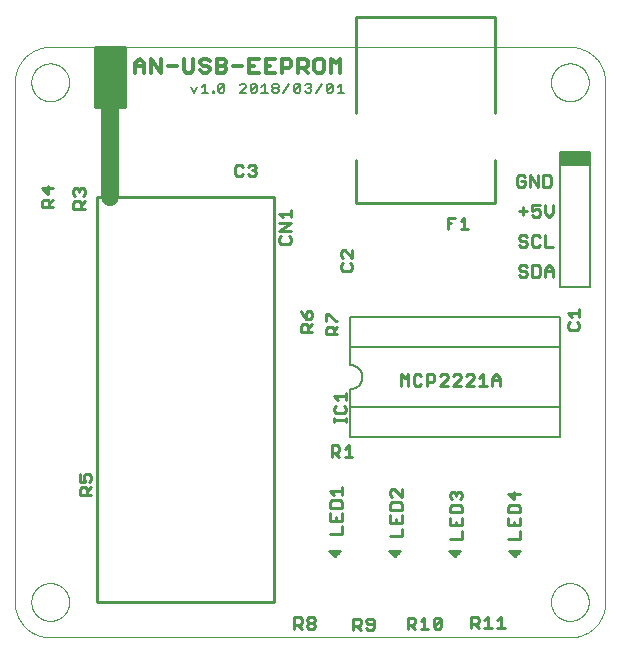
<source format=gto>
G75*
%MOIN*%
%OFA0B0*%
%FSLAX25Y25*%
%IPPOS*%
%LPD*%
%AMOC8*
5,1,8,0,0,1.08239X$1,22.5*
%
%ADD10C,0.00000*%
%ADD11C,0.00900*%
%ADD12C,0.01200*%
%ADD13C,0.00800*%
%ADD14C,0.01000*%
%ADD15C,0.05906*%
%ADD16C,0.00600*%
%ADD17C,0.00500*%
%ADD18C,0.00787*%
%ADD19R,0.10000X0.05000*%
D10*
X0005724Y0017535D02*
X0005724Y0190764D01*
X0011236Y0190764D02*
X0011238Y0190922D01*
X0011244Y0191080D01*
X0011254Y0191238D01*
X0011268Y0191396D01*
X0011286Y0191553D01*
X0011307Y0191710D01*
X0011333Y0191866D01*
X0011363Y0192022D01*
X0011396Y0192177D01*
X0011434Y0192330D01*
X0011475Y0192483D01*
X0011520Y0192635D01*
X0011569Y0192786D01*
X0011622Y0192935D01*
X0011678Y0193083D01*
X0011738Y0193229D01*
X0011802Y0193374D01*
X0011870Y0193517D01*
X0011941Y0193659D01*
X0012015Y0193799D01*
X0012093Y0193936D01*
X0012175Y0194072D01*
X0012259Y0194206D01*
X0012348Y0194337D01*
X0012439Y0194466D01*
X0012534Y0194593D01*
X0012631Y0194718D01*
X0012732Y0194840D01*
X0012836Y0194959D01*
X0012943Y0195076D01*
X0013053Y0195190D01*
X0013166Y0195301D01*
X0013281Y0195410D01*
X0013399Y0195515D01*
X0013520Y0195617D01*
X0013643Y0195717D01*
X0013769Y0195813D01*
X0013897Y0195906D01*
X0014027Y0195996D01*
X0014160Y0196082D01*
X0014295Y0196166D01*
X0014431Y0196245D01*
X0014570Y0196322D01*
X0014711Y0196394D01*
X0014853Y0196464D01*
X0014997Y0196529D01*
X0015143Y0196591D01*
X0015290Y0196649D01*
X0015439Y0196704D01*
X0015589Y0196755D01*
X0015740Y0196802D01*
X0015892Y0196845D01*
X0016045Y0196884D01*
X0016200Y0196920D01*
X0016355Y0196951D01*
X0016511Y0196979D01*
X0016667Y0197003D01*
X0016824Y0197023D01*
X0016982Y0197039D01*
X0017139Y0197051D01*
X0017298Y0197059D01*
X0017456Y0197063D01*
X0017614Y0197063D01*
X0017772Y0197059D01*
X0017931Y0197051D01*
X0018088Y0197039D01*
X0018246Y0197023D01*
X0018403Y0197003D01*
X0018559Y0196979D01*
X0018715Y0196951D01*
X0018870Y0196920D01*
X0019025Y0196884D01*
X0019178Y0196845D01*
X0019330Y0196802D01*
X0019481Y0196755D01*
X0019631Y0196704D01*
X0019780Y0196649D01*
X0019927Y0196591D01*
X0020073Y0196529D01*
X0020217Y0196464D01*
X0020359Y0196394D01*
X0020500Y0196322D01*
X0020639Y0196245D01*
X0020775Y0196166D01*
X0020910Y0196082D01*
X0021043Y0195996D01*
X0021173Y0195906D01*
X0021301Y0195813D01*
X0021427Y0195717D01*
X0021550Y0195617D01*
X0021671Y0195515D01*
X0021789Y0195410D01*
X0021904Y0195301D01*
X0022017Y0195190D01*
X0022127Y0195076D01*
X0022234Y0194959D01*
X0022338Y0194840D01*
X0022439Y0194718D01*
X0022536Y0194593D01*
X0022631Y0194466D01*
X0022722Y0194337D01*
X0022811Y0194206D01*
X0022895Y0194072D01*
X0022977Y0193936D01*
X0023055Y0193799D01*
X0023129Y0193659D01*
X0023200Y0193517D01*
X0023268Y0193374D01*
X0023332Y0193229D01*
X0023392Y0193083D01*
X0023448Y0192935D01*
X0023501Y0192786D01*
X0023550Y0192635D01*
X0023595Y0192483D01*
X0023636Y0192330D01*
X0023674Y0192177D01*
X0023707Y0192022D01*
X0023737Y0191866D01*
X0023763Y0191710D01*
X0023784Y0191553D01*
X0023802Y0191396D01*
X0023816Y0191238D01*
X0023826Y0191080D01*
X0023832Y0190922D01*
X0023834Y0190764D01*
X0023832Y0190606D01*
X0023826Y0190448D01*
X0023816Y0190290D01*
X0023802Y0190132D01*
X0023784Y0189975D01*
X0023763Y0189818D01*
X0023737Y0189662D01*
X0023707Y0189506D01*
X0023674Y0189351D01*
X0023636Y0189198D01*
X0023595Y0189045D01*
X0023550Y0188893D01*
X0023501Y0188742D01*
X0023448Y0188593D01*
X0023392Y0188445D01*
X0023332Y0188299D01*
X0023268Y0188154D01*
X0023200Y0188011D01*
X0023129Y0187869D01*
X0023055Y0187729D01*
X0022977Y0187592D01*
X0022895Y0187456D01*
X0022811Y0187322D01*
X0022722Y0187191D01*
X0022631Y0187062D01*
X0022536Y0186935D01*
X0022439Y0186810D01*
X0022338Y0186688D01*
X0022234Y0186569D01*
X0022127Y0186452D01*
X0022017Y0186338D01*
X0021904Y0186227D01*
X0021789Y0186118D01*
X0021671Y0186013D01*
X0021550Y0185911D01*
X0021427Y0185811D01*
X0021301Y0185715D01*
X0021173Y0185622D01*
X0021043Y0185532D01*
X0020910Y0185446D01*
X0020775Y0185362D01*
X0020639Y0185283D01*
X0020500Y0185206D01*
X0020359Y0185134D01*
X0020217Y0185064D01*
X0020073Y0184999D01*
X0019927Y0184937D01*
X0019780Y0184879D01*
X0019631Y0184824D01*
X0019481Y0184773D01*
X0019330Y0184726D01*
X0019178Y0184683D01*
X0019025Y0184644D01*
X0018870Y0184608D01*
X0018715Y0184577D01*
X0018559Y0184549D01*
X0018403Y0184525D01*
X0018246Y0184505D01*
X0018088Y0184489D01*
X0017931Y0184477D01*
X0017772Y0184469D01*
X0017614Y0184465D01*
X0017456Y0184465D01*
X0017298Y0184469D01*
X0017139Y0184477D01*
X0016982Y0184489D01*
X0016824Y0184505D01*
X0016667Y0184525D01*
X0016511Y0184549D01*
X0016355Y0184577D01*
X0016200Y0184608D01*
X0016045Y0184644D01*
X0015892Y0184683D01*
X0015740Y0184726D01*
X0015589Y0184773D01*
X0015439Y0184824D01*
X0015290Y0184879D01*
X0015143Y0184937D01*
X0014997Y0184999D01*
X0014853Y0185064D01*
X0014711Y0185134D01*
X0014570Y0185206D01*
X0014431Y0185283D01*
X0014295Y0185362D01*
X0014160Y0185446D01*
X0014027Y0185532D01*
X0013897Y0185622D01*
X0013769Y0185715D01*
X0013643Y0185811D01*
X0013520Y0185911D01*
X0013399Y0186013D01*
X0013281Y0186118D01*
X0013166Y0186227D01*
X0013053Y0186338D01*
X0012943Y0186452D01*
X0012836Y0186569D01*
X0012732Y0186688D01*
X0012631Y0186810D01*
X0012534Y0186935D01*
X0012439Y0187062D01*
X0012348Y0187191D01*
X0012259Y0187322D01*
X0012175Y0187456D01*
X0012093Y0187592D01*
X0012015Y0187729D01*
X0011941Y0187869D01*
X0011870Y0188011D01*
X0011802Y0188154D01*
X0011738Y0188299D01*
X0011678Y0188445D01*
X0011622Y0188593D01*
X0011569Y0188742D01*
X0011520Y0188893D01*
X0011475Y0189045D01*
X0011434Y0189198D01*
X0011396Y0189351D01*
X0011363Y0189506D01*
X0011333Y0189662D01*
X0011307Y0189818D01*
X0011286Y0189975D01*
X0011268Y0190132D01*
X0011254Y0190290D01*
X0011244Y0190448D01*
X0011238Y0190606D01*
X0011236Y0190764D01*
X0005724Y0190764D02*
X0005727Y0191049D01*
X0005738Y0191335D01*
X0005755Y0191620D01*
X0005779Y0191904D01*
X0005810Y0192188D01*
X0005848Y0192471D01*
X0005893Y0192752D01*
X0005944Y0193033D01*
X0006002Y0193313D01*
X0006067Y0193591D01*
X0006139Y0193867D01*
X0006217Y0194141D01*
X0006302Y0194414D01*
X0006394Y0194684D01*
X0006492Y0194952D01*
X0006596Y0195218D01*
X0006707Y0195481D01*
X0006824Y0195741D01*
X0006947Y0195999D01*
X0007077Y0196253D01*
X0007213Y0196504D01*
X0007354Y0196752D01*
X0007502Y0196996D01*
X0007655Y0197237D01*
X0007815Y0197473D01*
X0007980Y0197706D01*
X0008150Y0197935D01*
X0008326Y0198160D01*
X0008508Y0198380D01*
X0008694Y0198596D01*
X0008886Y0198807D01*
X0009083Y0199014D01*
X0009285Y0199216D01*
X0009492Y0199413D01*
X0009703Y0199605D01*
X0009919Y0199791D01*
X0010139Y0199973D01*
X0010364Y0200149D01*
X0010593Y0200319D01*
X0010826Y0200484D01*
X0011062Y0200644D01*
X0011303Y0200797D01*
X0011547Y0200945D01*
X0011795Y0201086D01*
X0012046Y0201222D01*
X0012300Y0201352D01*
X0012558Y0201475D01*
X0012818Y0201592D01*
X0013081Y0201703D01*
X0013347Y0201807D01*
X0013615Y0201905D01*
X0013885Y0201997D01*
X0014158Y0202082D01*
X0014432Y0202160D01*
X0014708Y0202232D01*
X0014986Y0202297D01*
X0015266Y0202355D01*
X0015547Y0202406D01*
X0015828Y0202451D01*
X0016111Y0202489D01*
X0016395Y0202520D01*
X0016679Y0202544D01*
X0016964Y0202561D01*
X0017250Y0202572D01*
X0017535Y0202575D01*
X0190764Y0202575D01*
X0184465Y0190764D02*
X0184467Y0190922D01*
X0184473Y0191080D01*
X0184483Y0191238D01*
X0184497Y0191396D01*
X0184515Y0191553D01*
X0184536Y0191710D01*
X0184562Y0191866D01*
X0184592Y0192022D01*
X0184625Y0192177D01*
X0184663Y0192330D01*
X0184704Y0192483D01*
X0184749Y0192635D01*
X0184798Y0192786D01*
X0184851Y0192935D01*
X0184907Y0193083D01*
X0184967Y0193229D01*
X0185031Y0193374D01*
X0185099Y0193517D01*
X0185170Y0193659D01*
X0185244Y0193799D01*
X0185322Y0193936D01*
X0185404Y0194072D01*
X0185488Y0194206D01*
X0185577Y0194337D01*
X0185668Y0194466D01*
X0185763Y0194593D01*
X0185860Y0194718D01*
X0185961Y0194840D01*
X0186065Y0194959D01*
X0186172Y0195076D01*
X0186282Y0195190D01*
X0186395Y0195301D01*
X0186510Y0195410D01*
X0186628Y0195515D01*
X0186749Y0195617D01*
X0186872Y0195717D01*
X0186998Y0195813D01*
X0187126Y0195906D01*
X0187256Y0195996D01*
X0187389Y0196082D01*
X0187524Y0196166D01*
X0187660Y0196245D01*
X0187799Y0196322D01*
X0187940Y0196394D01*
X0188082Y0196464D01*
X0188226Y0196529D01*
X0188372Y0196591D01*
X0188519Y0196649D01*
X0188668Y0196704D01*
X0188818Y0196755D01*
X0188969Y0196802D01*
X0189121Y0196845D01*
X0189274Y0196884D01*
X0189429Y0196920D01*
X0189584Y0196951D01*
X0189740Y0196979D01*
X0189896Y0197003D01*
X0190053Y0197023D01*
X0190211Y0197039D01*
X0190368Y0197051D01*
X0190527Y0197059D01*
X0190685Y0197063D01*
X0190843Y0197063D01*
X0191001Y0197059D01*
X0191160Y0197051D01*
X0191317Y0197039D01*
X0191475Y0197023D01*
X0191632Y0197003D01*
X0191788Y0196979D01*
X0191944Y0196951D01*
X0192099Y0196920D01*
X0192254Y0196884D01*
X0192407Y0196845D01*
X0192559Y0196802D01*
X0192710Y0196755D01*
X0192860Y0196704D01*
X0193009Y0196649D01*
X0193156Y0196591D01*
X0193302Y0196529D01*
X0193446Y0196464D01*
X0193588Y0196394D01*
X0193729Y0196322D01*
X0193868Y0196245D01*
X0194004Y0196166D01*
X0194139Y0196082D01*
X0194272Y0195996D01*
X0194402Y0195906D01*
X0194530Y0195813D01*
X0194656Y0195717D01*
X0194779Y0195617D01*
X0194900Y0195515D01*
X0195018Y0195410D01*
X0195133Y0195301D01*
X0195246Y0195190D01*
X0195356Y0195076D01*
X0195463Y0194959D01*
X0195567Y0194840D01*
X0195668Y0194718D01*
X0195765Y0194593D01*
X0195860Y0194466D01*
X0195951Y0194337D01*
X0196040Y0194206D01*
X0196124Y0194072D01*
X0196206Y0193936D01*
X0196284Y0193799D01*
X0196358Y0193659D01*
X0196429Y0193517D01*
X0196497Y0193374D01*
X0196561Y0193229D01*
X0196621Y0193083D01*
X0196677Y0192935D01*
X0196730Y0192786D01*
X0196779Y0192635D01*
X0196824Y0192483D01*
X0196865Y0192330D01*
X0196903Y0192177D01*
X0196936Y0192022D01*
X0196966Y0191866D01*
X0196992Y0191710D01*
X0197013Y0191553D01*
X0197031Y0191396D01*
X0197045Y0191238D01*
X0197055Y0191080D01*
X0197061Y0190922D01*
X0197063Y0190764D01*
X0197061Y0190606D01*
X0197055Y0190448D01*
X0197045Y0190290D01*
X0197031Y0190132D01*
X0197013Y0189975D01*
X0196992Y0189818D01*
X0196966Y0189662D01*
X0196936Y0189506D01*
X0196903Y0189351D01*
X0196865Y0189198D01*
X0196824Y0189045D01*
X0196779Y0188893D01*
X0196730Y0188742D01*
X0196677Y0188593D01*
X0196621Y0188445D01*
X0196561Y0188299D01*
X0196497Y0188154D01*
X0196429Y0188011D01*
X0196358Y0187869D01*
X0196284Y0187729D01*
X0196206Y0187592D01*
X0196124Y0187456D01*
X0196040Y0187322D01*
X0195951Y0187191D01*
X0195860Y0187062D01*
X0195765Y0186935D01*
X0195668Y0186810D01*
X0195567Y0186688D01*
X0195463Y0186569D01*
X0195356Y0186452D01*
X0195246Y0186338D01*
X0195133Y0186227D01*
X0195018Y0186118D01*
X0194900Y0186013D01*
X0194779Y0185911D01*
X0194656Y0185811D01*
X0194530Y0185715D01*
X0194402Y0185622D01*
X0194272Y0185532D01*
X0194139Y0185446D01*
X0194004Y0185362D01*
X0193868Y0185283D01*
X0193729Y0185206D01*
X0193588Y0185134D01*
X0193446Y0185064D01*
X0193302Y0184999D01*
X0193156Y0184937D01*
X0193009Y0184879D01*
X0192860Y0184824D01*
X0192710Y0184773D01*
X0192559Y0184726D01*
X0192407Y0184683D01*
X0192254Y0184644D01*
X0192099Y0184608D01*
X0191944Y0184577D01*
X0191788Y0184549D01*
X0191632Y0184525D01*
X0191475Y0184505D01*
X0191317Y0184489D01*
X0191160Y0184477D01*
X0191001Y0184469D01*
X0190843Y0184465D01*
X0190685Y0184465D01*
X0190527Y0184469D01*
X0190368Y0184477D01*
X0190211Y0184489D01*
X0190053Y0184505D01*
X0189896Y0184525D01*
X0189740Y0184549D01*
X0189584Y0184577D01*
X0189429Y0184608D01*
X0189274Y0184644D01*
X0189121Y0184683D01*
X0188969Y0184726D01*
X0188818Y0184773D01*
X0188668Y0184824D01*
X0188519Y0184879D01*
X0188372Y0184937D01*
X0188226Y0184999D01*
X0188082Y0185064D01*
X0187940Y0185134D01*
X0187799Y0185206D01*
X0187660Y0185283D01*
X0187524Y0185362D01*
X0187389Y0185446D01*
X0187256Y0185532D01*
X0187126Y0185622D01*
X0186998Y0185715D01*
X0186872Y0185811D01*
X0186749Y0185911D01*
X0186628Y0186013D01*
X0186510Y0186118D01*
X0186395Y0186227D01*
X0186282Y0186338D01*
X0186172Y0186452D01*
X0186065Y0186569D01*
X0185961Y0186688D01*
X0185860Y0186810D01*
X0185763Y0186935D01*
X0185668Y0187062D01*
X0185577Y0187191D01*
X0185488Y0187322D01*
X0185404Y0187456D01*
X0185322Y0187592D01*
X0185244Y0187729D01*
X0185170Y0187869D01*
X0185099Y0188011D01*
X0185031Y0188154D01*
X0184967Y0188299D01*
X0184907Y0188445D01*
X0184851Y0188593D01*
X0184798Y0188742D01*
X0184749Y0188893D01*
X0184704Y0189045D01*
X0184663Y0189198D01*
X0184625Y0189351D01*
X0184592Y0189506D01*
X0184562Y0189662D01*
X0184536Y0189818D01*
X0184515Y0189975D01*
X0184497Y0190132D01*
X0184483Y0190290D01*
X0184473Y0190448D01*
X0184467Y0190606D01*
X0184465Y0190764D01*
X0190764Y0202575D02*
X0191049Y0202572D01*
X0191335Y0202561D01*
X0191620Y0202544D01*
X0191904Y0202520D01*
X0192188Y0202489D01*
X0192471Y0202451D01*
X0192752Y0202406D01*
X0193033Y0202355D01*
X0193313Y0202297D01*
X0193591Y0202232D01*
X0193867Y0202160D01*
X0194141Y0202082D01*
X0194414Y0201997D01*
X0194684Y0201905D01*
X0194952Y0201807D01*
X0195218Y0201703D01*
X0195481Y0201592D01*
X0195741Y0201475D01*
X0195999Y0201352D01*
X0196253Y0201222D01*
X0196504Y0201086D01*
X0196752Y0200945D01*
X0196996Y0200797D01*
X0197237Y0200644D01*
X0197473Y0200484D01*
X0197706Y0200319D01*
X0197935Y0200149D01*
X0198160Y0199973D01*
X0198380Y0199791D01*
X0198596Y0199605D01*
X0198807Y0199413D01*
X0199014Y0199216D01*
X0199216Y0199014D01*
X0199413Y0198807D01*
X0199605Y0198596D01*
X0199791Y0198380D01*
X0199973Y0198160D01*
X0200149Y0197935D01*
X0200319Y0197706D01*
X0200484Y0197473D01*
X0200644Y0197237D01*
X0200797Y0196996D01*
X0200945Y0196752D01*
X0201086Y0196504D01*
X0201222Y0196253D01*
X0201352Y0195999D01*
X0201475Y0195741D01*
X0201592Y0195481D01*
X0201703Y0195218D01*
X0201807Y0194952D01*
X0201905Y0194684D01*
X0201997Y0194414D01*
X0202082Y0194141D01*
X0202160Y0193867D01*
X0202232Y0193591D01*
X0202297Y0193313D01*
X0202355Y0193033D01*
X0202406Y0192752D01*
X0202451Y0192471D01*
X0202489Y0192188D01*
X0202520Y0191904D01*
X0202544Y0191620D01*
X0202561Y0191335D01*
X0202572Y0191049D01*
X0202575Y0190764D01*
X0202575Y0017535D01*
X0184465Y0017535D02*
X0184467Y0017693D01*
X0184473Y0017851D01*
X0184483Y0018009D01*
X0184497Y0018167D01*
X0184515Y0018324D01*
X0184536Y0018481D01*
X0184562Y0018637D01*
X0184592Y0018793D01*
X0184625Y0018948D01*
X0184663Y0019101D01*
X0184704Y0019254D01*
X0184749Y0019406D01*
X0184798Y0019557D01*
X0184851Y0019706D01*
X0184907Y0019854D01*
X0184967Y0020000D01*
X0185031Y0020145D01*
X0185099Y0020288D01*
X0185170Y0020430D01*
X0185244Y0020570D01*
X0185322Y0020707D01*
X0185404Y0020843D01*
X0185488Y0020977D01*
X0185577Y0021108D01*
X0185668Y0021237D01*
X0185763Y0021364D01*
X0185860Y0021489D01*
X0185961Y0021611D01*
X0186065Y0021730D01*
X0186172Y0021847D01*
X0186282Y0021961D01*
X0186395Y0022072D01*
X0186510Y0022181D01*
X0186628Y0022286D01*
X0186749Y0022388D01*
X0186872Y0022488D01*
X0186998Y0022584D01*
X0187126Y0022677D01*
X0187256Y0022767D01*
X0187389Y0022853D01*
X0187524Y0022937D01*
X0187660Y0023016D01*
X0187799Y0023093D01*
X0187940Y0023165D01*
X0188082Y0023235D01*
X0188226Y0023300D01*
X0188372Y0023362D01*
X0188519Y0023420D01*
X0188668Y0023475D01*
X0188818Y0023526D01*
X0188969Y0023573D01*
X0189121Y0023616D01*
X0189274Y0023655D01*
X0189429Y0023691D01*
X0189584Y0023722D01*
X0189740Y0023750D01*
X0189896Y0023774D01*
X0190053Y0023794D01*
X0190211Y0023810D01*
X0190368Y0023822D01*
X0190527Y0023830D01*
X0190685Y0023834D01*
X0190843Y0023834D01*
X0191001Y0023830D01*
X0191160Y0023822D01*
X0191317Y0023810D01*
X0191475Y0023794D01*
X0191632Y0023774D01*
X0191788Y0023750D01*
X0191944Y0023722D01*
X0192099Y0023691D01*
X0192254Y0023655D01*
X0192407Y0023616D01*
X0192559Y0023573D01*
X0192710Y0023526D01*
X0192860Y0023475D01*
X0193009Y0023420D01*
X0193156Y0023362D01*
X0193302Y0023300D01*
X0193446Y0023235D01*
X0193588Y0023165D01*
X0193729Y0023093D01*
X0193868Y0023016D01*
X0194004Y0022937D01*
X0194139Y0022853D01*
X0194272Y0022767D01*
X0194402Y0022677D01*
X0194530Y0022584D01*
X0194656Y0022488D01*
X0194779Y0022388D01*
X0194900Y0022286D01*
X0195018Y0022181D01*
X0195133Y0022072D01*
X0195246Y0021961D01*
X0195356Y0021847D01*
X0195463Y0021730D01*
X0195567Y0021611D01*
X0195668Y0021489D01*
X0195765Y0021364D01*
X0195860Y0021237D01*
X0195951Y0021108D01*
X0196040Y0020977D01*
X0196124Y0020843D01*
X0196206Y0020707D01*
X0196284Y0020570D01*
X0196358Y0020430D01*
X0196429Y0020288D01*
X0196497Y0020145D01*
X0196561Y0020000D01*
X0196621Y0019854D01*
X0196677Y0019706D01*
X0196730Y0019557D01*
X0196779Y0019406D01*
X0196824Y0019254D01*
X0196865Y0019101D01*
X0196903Y0018948D01*
X0196936Y0018793D01*
X0196966Y0018637D01*
X0196992Y0018481D01*
X0197013Y0018324D01*
X0197031Y0018167D01*
X0197045Y0018009D01*
X0197055Y0017851D01*
X0197061Y0017693D01*
X0197063Y0017535D01*
X0197061Y0017377D01*
X0197055Y0017219D01*
X0197045Y0017061D01*
X0197031Y0016903D01*
X0197013Y0016746D01*
X0196992Y0016589D01*
X0196966Y0016433D01*
X0196936Y0016277D01*
X0196903Y0016122D01*
X0196865Y0015969D01*
X0196824Y0015816D01*
X0196779Y0015664D01*
X0196730Y0015513D01*
X0196677Y0015364D01*
X0196621Y0015216D01*
X0196561Y0015070D01*
X0196497Y0014925D01*
X0196429Y0014782D01*
X0196358Y0014640D01*
X0196284Y0014500D01*
X0196206Y0014363D01*
X0196124Y0014227D01*
X0196040Y0014093D01*
X0195951Y0013962D01*
X0195860Y0013833D01*
X0195765Y0013706D01*
X0195668Y0013581D01*
X0195567Y0013459D01*
X0195463Y0013340D01*
X0195356Y0013223D01*
X0195246Y0013109D01*
X0195133Y0012998D01*
X0195018Y0012889D01*
X0194900Y0012784D01*
X0194779Y0012682D01*
X0194656Y0012582D01*
X0194530Y0012486D01*
X0194402Y0012393D01*
X0194272Y0012303D01*
X0194139Y0012217D01*
X0194004Y0012133D01*
X0193868Y0012054D01*
X0193729Y0011977D01*
X0193588Y0011905D01*
X0193446Y0011835D01*
X0193302Y0011770D01*
X0193156Y0011708D01*
X0193009Y0011650D01*
X0192860Y0011595D01*
X0192710Y0011544D01*
X0192559Y0011497D01*
X0192407Y0011454D01*
X0192254Y0011415D01*
X0192099Y0011379D01*
X0191944Y0011348D01*
X0191788Y0011320D01*
X0191632Y0011296D01*
X0191475Y0011276D01*
X0191317Y0011260D01*
X0191160Y0011248D01*
X0191001Y0011240D01*
X0190843Y0011236D01*
X0190685Y0011236D01*
X0190527Y0011240D01*
X0190368Y0011248D01*
X0190211Y0011260D01*
X0190053Y0011276D01*
X0189896Y0011296D01*
X0189740Y0011320D01*
X0189584Y0011348D01*
X0189429Y0011379D01*
X0189274Y0011415D01*
X0189121Y0011454D01*
X0188969Y0011497D01*
X0188818Y0011544D01*
X0188668Y0011595D01*
X0188519Y0011650D01*
X0188372Y0011708D01*
X0188226Y0011770D01*
X0188082Y0011835D01*
X0187940Y0011905D01*
X0187799Y0011977D01*
X0187660Y0012054D01*
X0187524Y0012133D01*
X0187389Y0012217D01*
X0187256Y0012303D01*
X0187126Y0012393D01*
X0186998Y0012486D01*
X0186872Y0012582D01*
X0186749Y0012682D01*
X0186628Y0012784D01*
X0186510Y0012889D01*
X0186395Y0012998D01*
X0186282Y0013109D01*
X0186172Y0013223D01*
X0186065Y0013340D01*
X0185961Y0013459D01*
X0185860Y0013581D01*
X0185763Y0013706D01*
X0185668Y0013833D01*
X0185577Y0013962D01*
X0185488Y0014093D01*
X0185404Y0014227D01*
X0185322Y0014363D01*
X0185244Y0014500D01*
X0185170Y0014640D01*
X0185099Y0014782D01*
X0185031Y0014925D01*
X0184967Y0015070D01*
X0184907Y0015216D01*
X0184851Y0015364D01*
X0184798Y0015513D01*
X0184749Y0015664D01*
X0184704Y0015816D01*
X0184663Y0015969D01*
X0184625Y0016122D01*
X0184592Y0016277D01*
X0184562Y0016433D01*
X0184536Y0016589D01*
X0184515Y0016746D01*
X0184497Y0016903D01*
X0184483Y0017061D01*
X0184473Y0017219D01*
X0184467Y0017377D01*
X0184465Y0017535D01*
X0190764Y0005724D02*
X0191049Y0005727D01*
X0191335Y0005738D01*
X0191620Y0005755D01*
X0191904Y0005779D01*
X0192188Y0005810D01*
X0192471Y0005848D01*
X0192752Y0005893D01*
X0193033Y0005944D01*
X0193313Y0006002D01*
X0193591Y0006067D01*
X0193867Y0006139D01*
X0194141Y0006217D01*
X0194414Y0006302D01*
X0194684Y0006394D01*
X0194952Y0006492D01*
X0195218Y0006596D01*
X0195481Y0006707D01*
X0195741Y0006824D01*
X0195999Y0006947D01*
X0196253Y0007077D01*
X0196504Y0007213D01*
X0196752Y0007354D01*
X0196996Y0007502D01*
X0197237Y0007655D01*
X0197473Y0007815D01*
X0197706Y0007980D01*
X0197935Y0008150D01*
X0198160Y0008326D01*
X0198380Y0008508D01*
X0198596Y0008694D01*
X0198807Y0008886D01*
X0199014Y0009083D01*
X0199216Y0009285D01*
X0199413Y0009492D01*
X0199605Y0009703D01*
X0199791Y0009919D01*
X0199973Y0010139D01*
X0200149Y0010364D01*
X0200319Y0010593D01*
X0200484Y0010826D01*
X0200644Y0011062D01*
X0200797Y0011303D01*
X0200945Y0011547D01*
X0201086Y0011795D01*
X0201222Y0012046D01*
X0201352Y0012300D01*
X0201475Y0012558D01*
X0201592Y0012818D01*
X0201703Y0013081D01*
X0201807Y0013347D01*
X0201905Y0013615D01*
X0201997Y0013885D01*
X0202082Y0014158D01*
X0202160Y0014432D01*
X0202232Y0014708D01*
X0202297Y0014986D01*
X0202355Y0015266D01*
X0202406Y0015547D01*
X0202451Y0015828D01*
X0202489Y0016111D01*
X0202520Y0016395D01*
X0202544Y0016679D01*
X0202561Y0016964D01*
X0202572Y0017250D01*
X0202575Y0017535D01*
X0190764Y0005724D02*
X0017535Y0005724D01*
X0011236Y0017535D02*
X0011238Y0017693D01*
X0011244Y0017851D01*
X0011254Y0018009D01*
X0011268Y0018167D01*
X0011286Y0018324D01*
X0011307Y0018481D01*
X0011333Y0018637D01*
X0011363Y0018793D01*
X0011396Y0018948D01*
X0011434Y0019101D01*
X0011475Y0019254D01*
X0011520Y0019406D01*
X0011569Y0019557D01*
X0011622Y0019706D01*
X0011678Y0019854D01*
X0011738Y0020000D01*
X0011802Y0020145D01*
X0011870Y0020288D01*
X0011941Y0020430D01*
X0012015Y0020570D01*
X0012093Y0020707D01*
X0012175Y0020843D01*
X0012259Y0020977D01*
X0012348Y0021108D01*
X0012439Y0021237D01*
X0012534Y0021364D01*
X0012631Y0021489D01*
X0012732Y0021611D01*
X0012836Y0021730D01*
X0012943Y0021847D01*
X0013053Y0021961D01*
X0013166Y0022072D01*
X0013281Y0022181D01*
X0013399Y0022286D01*
X0013520Y0022388D01*
X0013643Y0022488D01*
X0013769Y0022584D01*
X0013897Y0022677D01*
X0014027Y0022767D01*
X0014160Y0022853D01*
X0014295Y0022937D01*
X0014431Y0023016D01*
X0014570Y0023093D01*
X0014711Y0023165D01*
X0014853Y0023235D01*
X0014997Y0023300D01*
X0015143Y0023362D01*
X0015290Y0023420D01*
X0015439Y0023475D01*
X0015589Y0023526D01*
X0015740Y0023573D01*
X0015892Y0023616D01*
X0016045Y0023655D01*
X0016200Y0023691D01*
X0016355Y0023722D01*
X0016511Y0023750D01*
X0016667Y0023774D01*
X0016824Y0023794D01*
X0016982Y0023810D01*
X0017139Y0023822D01*
X0017298Y0023830D01*
X0017456Y0023834D01*
X0017614Y0023834D01*
X0017772Y0023830D01*
X0017931Y0023822D01*
X0018088Y0023810D01*
X0018246Y0023794D01*
X0018403Y0023774D01*
X0018559Y0023750D01*
X0018715Y0023722D01*
X0018870Y0023691D01*
X0019025Y0023655D01*
X0019178Y0023616D01*
X0019330Y0023573D01*
X0019481Y0023526D01*
X0019631Y0023475D01*
X0019780Y0023420D01*
X0019927Y0023362D01*
X0020073Y0023300D01*
X0020217Y0023235D01*
X0020359Y0023165D01*
X0020500Y0023093D01*
X0020639Y0023016D01*
X0020775Y0022937D01*
X0020910Y0022853D01*
X0021043Y0022767D01*
X0021173Y0022677D01*
X0021301Y0022584D01*
X0021427Y0022488D01*
X0021550Y0022388D01*
X0021671Y0022286D01*
X0021789Y0022181D01*
X0021904Y0022072D01*
X0022017Y0021961D01*
X0022127Y0021847D01*
X0022234Y0021730D01*
X0022338Y0021611D01*
X0022439Y0021489D01*
X0022536Y0021364D01*
X0022631Y0021237D01*
X0022722Y0021108D01*
X0022811Y0020977D01*
X0022895Y0020843D01*
X0022977Y0020707D01*
X0023055Y0020570D01*
X0023129Y0020430D01*
X0023200Y0020288D01*
X0023268Y0020145D01*
X0023332Y0020000D01*
X0023392Y0019854D01*
X0023448Y0019706D01*
X0023501Y0019557D01*
X0023550Y0019406D01*
X0023595Y0019254D01*
X0023636Y0019101D01*
X0023674Y0018948D01*
X0023707Y0018793D01*
X0023737Y0018637D01*
X0023763Y0018481D01*
X0023784Y0018324D01*
X0023802Y0018167D01*
X0023816Y0018009D01*
X0023826Y0017851D01*
X0023832Y0017693D01*
X0023834Y0017535D01*
X0023832Y0017377D01*
X0023826Y0017219D01*
X0023816Y0017061D01*
X0023802Y0016903D01*
X0023784Y0016746D01*
X0023763Y0016589D01*
X0023737Y0016433D01*
X0023707Y0016277D01*
X0023674Y0016122D01*
X0023636Y0015969D01*
X0023595Y0015816D01*
X0023550Y0015664D01*
X0023501Y0015513D01*
X0023448Y0015364D01*
X0023392Y0015216D01*
X0023332Y0015070D01*
X0023268Y0014925D01*
X0023200Y0014782D01*
X0023129Y0014640D01*
X0023055Y0014500D01*
X0022977Y0014363D01*
X0022895Y0014227D01*
X0022811Y0014093D01*
X0022722Y0013962D01*
X0022631Y0013833D01*
X0022536Y0013706D01*
X0022439Y0013581D01*
X0022338Y0013459D01*
X0022234Y0013340D01*
X0022127Y0013223D01*
X0022017Y0013109D01*
X0021904Y0012998D01*
X0021789Y0012889D01*
X0021671Y0012784D01*
X0021550Y0012682D01*
X0021427Y0012582D01*
X0021301Y0012486D01*
X0021173Y0012393D01*
X0021043Y0012303D01*
X0020910Y0012217D01*
X0020775Y0012133D01*
X0020639Y0012054D01*
X0020500Y0011977D01*
X0020359Y0011905D01*
X0020217Y0011835D01*
X0020073Y0011770D01*
X0019927Y0011708D01*
X0019780Y0011650D01*
X0019631Y0011595D01*
X0019481Y0011544D01*
X0019330Y0011497D01*
X0019178Y0011454D01*
X0019025Y0011415D01*
X0018870Y0011379D01*
X0018715Y0011348D01*
X0018559Y0011320D01*
X0018403Y0011296D01*
X0018246Y0011276D01*
X0018088Y0011260D01*
X0017931Y0011248D01*
X0017772Y0011240D01*
X0017614Y0011236D01*
X0017456Y0011236D01*
X0017298Y0011240D01*
X0017139Y0011248D01*
X0016982Y0011260D01*
X0016824Y0011276D01*
X0016667Y0011296D01*
X0016511Y0011320D01*
X0016355Y0011348D01*
X0016200Y0011379D01*
X0016045Y0011415D01*
X0015892Y0011454D01*
X0015740Y0011497D01*
X0015589Y0011544D01*
X0015439Y0011595D01*
X0015290Y0011650D01*
X0015143Y0011708D01*
X0014997Y0011770D01*
X0014853Y0011835D01*
X0014711Y0011905D01*
X0014570Y0011977D01*
X0014431Y0012054D01*
X0014295Y0012133D01*
X0014160Y0012217D01*
X0014027Y0012303D01*
X0013897Y0012393D01*
X0013769Y0012486D01*
X0013643Y0012582D01*
X0013520Y0012682D01*
X0013399Y0012784D01*
X0013281Y0012889D01*
X0013166Y0012998D01*
X0013053Y0013109D01*
X0012943Y0013223D01*
X0012836Y0013340D01*
X0012732Y0013459D01*
X0012631Y0013581D01*
X0012534Y0013706D01*
X0012439Y0013833D01*
X0012348Y0013962D01*
X0012259Y0014093D01*
X0012175Y0014227D01*
X0012093Y0014363D01*
X0012015Y0014500D01*
X0011941Y0014640D01*
X0011870Y0014782D01*
X0011802Y0014925D01*
X0011738Y0015070D01*
X0011678Y0015216D01*
X0011622Y0015364D01*
X0011569Y0015513D01*
X0011520Y0015664D01*
X0011475Y0015816D01*
X0011434Y0015969D01*
X0011396Y0016122D01*
X0011363Y0016277D01*
X0011333Y0016433D01*
X0011307Y0016589D01*
X0011286Y0016746D01*
X0011268Y0016903D01*
X0011254Y0017061D01*
X0011244Y0017219D01*
X0011238Y0017377D01*
X0011236Y0017535D01*
X0005724Y0017535D02*
X0005727Y0017250D01*
X0005738Y0016964D01*
X0005755Y0016679D01*
X0005779Y0016395D01*
X0005810Y0016111D01*
X0005848Y0015828D01*
X0005893Y0015547D01*
X0005944Y0015266D01*
X0006002Y0014986D01*
X0006067Y0014708D01*
X0006139Y0014432D01*
X0006217Y0014158D01*
X0006302Y0013885D01*
X0006394Y0013615D01*
X0006492Y0013347D01*
X0006596Y0013081D01*
X0006707Y0012818D01*
X0006824Y0012558D01*
X0006947Y0012300D01*
X0007077Y0012046D01*
X0007213Y0011795D01*
X0007354Y0011547D01*
X0007502Y0011303D01*
X0007655Y0011062D01*
X0007815Y0010826D01*
X0007980Y0010593D01*
X0008150Y0010364D01*
X0008326Y0010139D01*
X0008508Y0009919D01*
X0008694Y0009703D01*
X0008886Y0009492D01*
X0009083Y0009285D01*
X0009285Y0009083D01*
X0009492Y0008886D01*
X0009703Y0008694D01*
X0009919Y0008508D01*
X0010139Y0008326D01*
X0010364Y0008150D01*
X0010593Y0007980D01*
X0010826Y0007815D01*
X0011062Y0007655D01*
X0011303Y0007502D01*
X0011547Y0007354D01*
X0011795Y0007213D01*
X0012046Y0007077D01*
X0012300Y0006947D01*
X0012558Y0006824D01*
X0012818Y0006707D01*
X0013081Y0006596D01*
X0013347Y0006492D01*
X0013615Y0006394D01*
X0013885Y0006302D01*
X0014158Y0006217D01*
X0014432Y0006139D01*
X0014708Y0006067D01*
X0014986Y0006002D01*
X0015266Y0005944D01*
X0015547Y0005893D01*
X0015828Y0005848D01*
X0016111Y0005810D01*
X0016395Y0005779D01*
X0016679Y0005755D01*
X0016964Y0005738D01*
X0017250Y0005727D01*
X0017535Y0005724D01*
D11*
X0027372Y0053202D02*
X0027372Y0055116D01*
X0028010Y0055754D01*
X0029286Y0055754D01*
X0029924Y0055116D01*
X0029924Y0053202D01*
X0031200Y0053202D02*
X0027372Y0053202D01*
X0029924Y0054478D02*
X0031200Y0055754D01*
X0030562Y0057553D02*
X0031200Y0058191D01*
X0031200Y0059466D01*
X0030562Y0060104D01*
X0029286Y0060104D01*
X0028648Y0059466D01*
X0028648Y0058828D01*
X0029286Y0057553D01*
X0027372Y0057553D01*
X0027372Y0060104D01*
X0098871Y0012502D02*
X0098871Y0008674D01*
X0098871Y0009950D02*
X0100785Y0009950D01*
X0101423Y0010588D01*
X0101423Y0011864D01*
X0100785Y0012502D01*
X0098871Y0012502D01*
X0100147Y0009950D02*
X0101423Y0008674D01*
X0103221Y0009312D02*
X0103221Y0009950D01*
X0103859Y0010588D01*
X0105135Y0010588D01*
X0105773Y0009950D01*
X0105773Y0009312D01*
X0105135Y0008674D01*
X0103859Y0008674D01*
X0103221Y0009312D01*
X0103859Y0010588D02*
X0103221Y0011226D01*
X0103221Y0011864D01*
X0103859Y0012502D01*
X0105135Y0012502D01*
X0105773Y0011864D01*
X0105773Y0011226D01*
X0105135Y0010588D01*
X0118556Y0009478D02*
X0120470Y0009478D01*
X0121108Y0010116D01*
X0121108Y0011392D01*
X0120470Y0012030D01*
X0118556Y0012030D01*
X0118556Y0008202D01*
X0119832Y0009478D02*
X0121108Y0008202D01*
X0122906Y0008840D02*
X0123544Y0008202D01*
X0124820Y0008202D01*
X0125458Y0008840D01*
X0125458Y0011392D01*
X0124820Y0012030D01*
X0123544Y0012030D01*
X0122906Y0011392D01*
X0122906Y0010754D01*
X0123544Y0010116D01*
X0125458Y0010116D01*
X0136667Y0009793D02*
X0138580Y0009793D01*
X0139218Y0010431D01*
X0139218Y0011707D01*
X0138580Y0012345D01*
X0136667Y0012345D01*
X0136667Y0008517D01*
X0137942Y0009793D02*
X0139218Y0008517D01*
X0141017Y0008517D02*
X0143568Y0008517D01*
X0142293Y0008517D02*
X0142293Y0012345D01*
X0141017Y0011069D01*
X0145367Y0011707D02*
X0145367Y0009155D01*
X0147919Y0011707D01*
X0147919Y0009155D01*
X0147281Y0008517D01*
X0146005Y0008517D01*
X0145367Y0009155D01*
X0145367Y0011707D02*
X0146005Y0012345D01*
X0147281Y0012345D01*
X0147919Y0011707D01*
X0157926Y0012660D02*
X0157926Y0008832D01*
X0157926Y0010108D02*
X0159840Y0010108D01*
X0160478Y0010746D01*
X0160478Y0012022D01*
X0159840Y0012660D01*
X0157926Y0012660D01*
X0159202Y0010108D02*
X0160478Y0008832D01*
X0162277Y0008832D02*
X0164828Y0008832D01*
X0163552Y0008832D02*
X0163552Y0012660D01*
X0162277Y0011384D01*
X0166627Y0011384D02*
X0167903Y0012660D01*
X0167903Y0008832D01*
X0166627Y0008832D02*
X0169179Y0008832D01*
X0170148Y0038695D02*
X0173975Y0038695D01*
X0173975Y0041247D01*
X0173975Y0043045D02*
X0173975Y0045597D01*
X0173975Y0047395D02*
X0173975Y0049309D01*
X0173337Y0049947D01*
X0170785Y0049947D01*
X0170148Y0049309D01*
X0170148Y0047395D01*
X0173975Y0047395D01*
X0172061Y0044321D02*
X0172061Y0043045D01*
X0170148Y0043045D02*
X0170148Y0045597D01*
X0170148Y0043045D02*
X0173975Y0043045D01*
X0172061Y0051745D02*
X0172061Y0054297D01*
X0170148Y0053659D02*
X0172061Y0051745D01*
X0173975Y0053659D02*
X0170148Y0053659D01*
X0154763Y0053659D02*
X0154763Y0052383D01*
X0154125Y0051745D01*
X0154125Y0049947D02*
X0151573Y0049947D01*
X0150935Y0049309D01*
X0150935Y0047395D01*
X0154763Y0047395D01*
X0154763Y0049309D01*
X0154125Y0049947D01*
X0151573Y0051745D02*
X0150935Y0052383D01*
X0150935Y0053659D01*
X0151573Y0054297D01*
X0152211Y0054297D01*
X0152849Y0053659D01*
X0153487Y0054297D01*
X0154125Y0054297D01*
X0154763Y0053659D01*
X0152849Y0053659D02*
X0152849Y0053021D01*
X0154763Y0045597D02*
X0154763Y0043045D01*
X0150935Y0043045D01*
X0150935Y0045597D01*
X0152849Y0044321D02*
X0152849Y0043045D01*
X0154763Y0041247D02*
X0154763Y0038695D01*
X0150935Y0038695D01*
X0134763Y0039482D02*
X0134763Y0042034D01*
X0134763Y0043833D02*
X0134763Y0046384D01*
X0134763Y0048183D02*
X0134763Y0050097D01*
X0134125Y0050735D01*
X0131573Y0050735D01*
X0130935Y0050097D01*
X0130935Y0048183D01*
X0134763Y0048183D01*
X0132849Y0045108D02*
X0132849Y0043833D01*
X0130935Y0043833D02*
X0134763Y0043833D01*
X0130935Y0043833D02*
X0130935Y0046384D01*
X0131573Y0052533D02*
X0130935Y0053171D01*
X0130935Y0054447D01*
X0131573Y0055085D01*
X0132211Y0055085D01*
X0134763Y0052533D01*
X0134763Y0055085D01*
X0134763Y0039482D02*
X0130935Y0039482D01*
X0114763Y0040270D02*
X0114763Y0042822D01*
X0114763Y0044620D02*
X0114763Y0047172D01*
X0114763Y0048970D02*
X0114763Y0050884D01*
X0114125Y0051522D01*
X0111573Y0051522D01*
X0110935Y0050884D01*
X0110935Y0048970D01*
X0114763Y0048970D01*
X0112849Y0045896D02*
X0112849Y0044620D01*
X0110935Y0044620D02*
X0114763Y0044620D01*
X0110935Y0044620D02*
X0110935Y0047172D01*
X0112211Y0053320D02*
X0110935Y0054596D01*
X0114763Y0054596D01*
X0114763Y0053320D02*
X0114763Y0055872D01*
X0113904Y0066037D02*
X0112628Y0067313D01*
X0113266Y0067313D02*
X0111352Y0067313D01*
X0111352Y0066037D02*
X0111352Y0069864D01*
X0113266Y0069864D01*
X0113904Y0069226D01*
X0113904Y0067950D01*
X0113266Y0067313D01*
X0115702Y0068588D02*
X0116978Y0069864D01*
X0116978Y0066037D01*
X0115702Y0066037D02*
X0118254Y0066037D01*
X0116125Y0077525D02*
X0116125Y0078801D01*
X0116125Y0078163D02*
X0112297Y0078163D01*
X0112297Y0077525D02*
X0112297Y0078801D01*
X0112935Y0080425D02*
X0115487Y0080425D01*
X0116125Y0081063D01*
X0116125Y0082339D01*
X0115487Y0082977D01*
X0116125Y0084775D02*
X0116125Y0087327D01*
X0116125Y0086051D02*
X0112297Y0086051D01*
X0113573Y0084775D01*
X0112935Y0082977D02*
X0112297Y0082339D01*
X0112297Y0081063D01*
X0112935Y0080425D01*
X0134365Y0089639D02*
X0134365Y0093467D01*
X0135641Y0092191D01*
X0136917Y0093467D01*
X0136917Y0089639D01*
X0138715Y0090277D02*
X0139353Y0089639D01*
X0140629Y0089639D01*
X0141267Y0090277D01*
X0143065Y0090915D02*
X0144979Y0090915D01*
X0145617Y0091553D01*
X0145617Y0092829D01*
X0144979Y0093467D01*
X0143065Y0093467D01*
X0143065Y0089639D01*
X0141267Y0092829D02*
X0140629Y0093467D01*
X0139353Y0093467D01*
X0138715Y0092829D01*
X0138715Y0090277D01*
X0147416Y0089639D02*
X0149967Y0092191D01*
X0149967Y0092829D01*
X0149329Y0093467D01*
X0148054Y0093467D01*
X0147416Y0092829D01*
X0147416Y0089639D02*
X0149967Y0089639D01*
X0151766Y0089639D02*
X0154318Y0092191D01*
X0154318Y0092829D01*
X0153680Y0093467D01*
X0152404Y0093467D01*
X0151766Y0092829D01*
X0151766Y0089639D02*
X0154318Y0089639D01*
X0156116Y0089639D02*
X0158668Y0092191D01*
X0158668Y0092829D01*
X0158030Y0093467D01*
X0156754Y0093467D01*
X0156116Y0092829D01*
X0156116Y0089639D02*
X0158668Y0089639D01*
X0160466Y0089639D02*
X0163018Y0089639D01*
X0161742Y0089639D02*
X0161742Y0093467D01*
X0160466Y0092191D01*
X0164816Y0092191D02*
X0164816Y0089639D01*
X0164816Y0091553D02*
X0167368Y0091553D01*
X0167368Y0092191D02*
X0167368Y0089639D01*
X0167368Y0092191D02*
X0166092Y0093467D01*
X0164816Y0092191D01*
X0190049Y0108801D02*
X0190687Y0108163D01*
X0193239Y0108163D01*
X0193877Y0108801D01*
X0193877Y0110076D01*
X0193239Y0110714D01*
X0193877Y0112513D02*
X0193877Y0115065D01*
X0193877Y0113789D02*
X0190049Y0113789D01*
X0191325Y0112513D01*
X0190687Y0110714D02*
X0190049Y0110076D01*
X0190049Y0108801D01*
X0185163Y0125938D02*
X0185163Y0128490D01*
X0183888Y0129766D01*
X0182612Y0128490D01*
X0182612Y0125938D01*
X0180813Y0126576D02*
X0180813Y0129128D01*
X0180175Y0129766D01*
X0178261Y0129766D01*
X0178261Y0125938D01*
X0180175Y0125938D01*
X0180813Y0126576D01*
X0182612Y0127852D02*
X0185163Y0127852D01*
X0185163Y0135938D02*
X0182612Y0135938D01*
X0182612Y0139766D01*
X0180813Y0139128D02*
X0180175Y0139766D01*
X0178899Y0139766D01*
X0178261Y0139128D01*
X0178261Y0136576D01*
X0178899Y0135938D01*
X0180175Y0135938D01*
X0180813Y0136576D01*
X0176463Y0136576D02*
X0175825Y0135938D01*
X0174549Y0135938D01*
X0173911Y0136576D01*
X0174549Y0137852D02*
X0173911Y0138490D01*
X0173911Y0139128D01*
X0174549Y0139766D01*
X0175825Y0139766D01*
X0176463Y0139128D01*
X0175825Y0137852D02*
X0176463Y0137214D01*
X0176463Y0136576D01*
X0175825Y0137852D02*
X0174549Y0137852D01*
X0174549Y0129766D02*
X0173911Y0129128D01*
X0173911Y0128490D01*
X0174549Y0127852D01*
X0175825Y0127852D01*
X0176463Y0127214D01*
X0176463Y0126576D01*
X0175825Y0125938D01*
X0174549Y0125938D01*
X0173911Y0126576D01*
X0174549Y0129766D02*
X0175825Y0129766D01*
X0176463Y0129128D01*
X0178899Y0145938D02*
X0178261Y0146576D01*
X0178899Y0145938D02*
X0180175Y0145938D01*
X0180813Y0146576D01*
X0180813Y0147852D01*
X0180175Y0148490D01*
X0179537Y0148490D01*
X0178261Y0147852D01*
X0178261Y0149766D01*
X0180813Y0149766D01*
X0182612Y0149766D02*
X0182612Y0147214D01*
X0183888Y0145938D01*
X0185163Y0147214D01*
X0185163Y0149766D01*
X0183738Y0155938D02*
X0181824Y0155938D01*
X0181824Y0159766D01*
X0183738Y0159766D01*
X0184376Y0159128D01*
X0184376Y0156576D01*
X0183738Y0155938D01*
X0180026Y0155938D02*
X0180026Y0159766D01*
X0177474Y0159766D02*
X0180026Y0155938D01*
X0177474Y0155938D02*
X0177474Y0159766D01*
X0175676Y0159128D02*
X0175038Y0159766D01*
X0173762Y0159766D01*
X0173124Y0159128D01*
X0173124Y0156576D01*
X0173762Y0155938D01*
X0175038Y0155938D01*
X0175676Y0156576D01*
X0175676Y0157852D01*
X0174400Y0157852D01*
X0175187Y0149128D02*
X0175187Y0146576D01*
X0173911Y0147852D02*
X0176463Y0147852D01*
X0156876Y0141824D02*
X0154324Y0141824D01*
X0155600Y0141824D02*
X0155600Y0145652D01*
X0154324Y0144376D01*
X0152526Y0145652D02*
X0149974Y0145652D01*
X0149974Y0141824D01*
X0149974Y0143738D02*
X0151250Y0143738D01*
X0118207Y0134907D02*
X0118207Y0132355D01*
X0115656Y0134907D01*
X0115018Y0134907D01*
X0114380Y0134269D01*
X0114380Y0132993D01*
X0115018Y0132355D01*
X0115018Y0130557D02*
X0114380Y0129919D01*
X0114380Y0128643D01*
X0115018Y0128005D01*
X0117570Y0128005D01*
X0118207Y0128643D01*
X0118207Y0129919D01*
X0117570Y0130557D01*
X0110096Y0113687D02*
X0112648Y0111135D01*
X0113286Y0111135D01*
X0113286Y0109336D02*
X0112010Y0108061D01*
X0112010Y0108698D02*
X0112010Y0106785D01*
X0113286Y0106785D02*
X0109459Y0106785D01*
X0109459Y0108698D01*
X0110096Y0109336D01*
X0111372Y0109336D01*
X0112010Y0108698D01*
X0109459Y0111135D02*
X0109459Y0113687D01*
X0110096Y0113687D01*
X0104861Y0113836D02*
X0104861Y0112560D01*
X0104223Y0111922D01*
X0102947Y0111922D01*
X0102947Y0113836D01*
X0103585Y0114474D01*
X0104223Y0114474D01*
X0104861Y0113836D01*
X0102947Y0111922D02*
X0101671Y0113198D01*
X0101033Y0114474D01*
X0101671Y0110124D02*
X0102947Y0110124D01*
X0103585Y0109486D01*
X0103585Y0107572D01*
X0103585Y0108848D02*
X0104861Y0110124D01*
X0104861Y0107572D02*
X0101033Y0107572D01*
X0101033Y0109486D01*
X0101671Y0110124D01*
X0097156Y0137022D02*
X0094604Y0137022D01*
X0093966Y0137659D01*
X0093966Y0138935D01*
X0094604Y0139573D01*
X0093966Y0141372D02*
X0097794Y0143923D01*
X0093966Y0143923D01*
X0095242Y0145722D02*
X0093966Y0146998D01*
X0097794Y0146998D01*
X0097794Y0145722D02*
X0097794Y0148274D01*
X0097794Y0141372D02*
X0093966Y0141372D01*
X0097156Y0139573D02*
X0097794Y0138935D01*
X0097794Y0137659D01*
X0097156Y0137022D01*
X0085371Y0159501D02*
X0084096Y0159501D01*
X0083458Y0160139D01*
X0081659Y0160139D02*
X0081021Y0159501D01*
X0079745Y0159501D01*
X0079107Y0160139D01*
X0079107Y0162691D01*
X0079745Y0163329D01*
X0081021Y0163329D01*
X0081659Y0162691D01*
X0083458Y0162691D02*
X0084096Y0163329D01*
X0085371Y0163329D01*
X0086009Y0162691D01*
X0086009Y0162053D01*
X0085371Y0161415D01*
X0086009Y0160777D01*
X0086009Y0160139D01*
X0085371Y0159501D01*
X0085371Y0161415D02*
X0084734Y0161415D01*
X0029034Y0154938D02*
X0029034Y0153663D01*
X0028396Y0153025D01*
X0027120Y0154300D02*
X0027120Y0154938D01*
X0027758Y0155576D01*
X0028396Y0155576D01*
X0029034Y0154938D01*
X0027120Y0154938D02*
X0026482Y0155576D01*
X0025845Y0155576D01*
X0025207Y0154938D01*
X0025207Y0153663D01*
X0025845Y0153025D01*
X0025845Y0151226D02*
X0025207Y0150588D01*
X0025207Y0148674D01*
X0029034Y0148674D01*
X0027758Y0148674D02*
X0027758Y0150588D01*
X0027120Y0151226D01*
X0025845Y0151226D01*
X0027758Y0149950D02*
X0029034Y0151226D01*
X0018562Y0151699D02*
X0017286Y0150423D01*
X0017286Y0151061D02*
X0017286Y0149147D01*
X0018562Y0149147D02*
X0014734Y0149147D01*
X0014734Y0151061D01*
X0015372Y0151699D01*
X0016648Y0151699D01*
X0017286Y0151061D01*
X0016648Y0153497D02*
X0016648Y0156049D01*
X0018562Y0155411D02*
X0014734Y0155411D01*
X0016648Y0153497D01*
X0110935Y0040270D02*
X0114763Y0040270D01*
D12*
X0114205Y0193962D02*
X0114205Y0198672D01*
X0112635Y0197102D01*
X0111065Y0198672D01*
X0111065Y0193962D01*
X0108767Y0194747D02*
X0108767Y0197887D01*
X0107982Y0198672D01*
X0106412Y0198672D01*
X0105627Y0197887D01*
X0105627Y0194747D01*
X0106412Y0193962D01*
X0107982Y0193962D01*
X0108767Y0194747D01*
X0103329Y0193962D02*
X0101760Y0195532D01*
X0102544Y0195532D02*
X0100190Y0195532D01*
X0100190Y0193962D02*
X0100190Y0198672D01*
X0102544Y0198672D01*
X0103329Y0197887D01*
X0103329Y0196317D01*
X0102544Y0195532D01*
X0097892Y0196317D02*
X0097107Y0195532D01*
X0094752Y0195532D01*
X0094752Y0193962D02*
X0094752Y0198672D01*
X0097107Y0198672D01*
X0097892Y0197887D01*
X0097892Y0196317D01*
X0092454Y0198672D02*
X0089314Y0198672D01*
X0089314Y0193962D01*
X0092454Y0193962D01*
X0090884Y0196317D02*
X0089314Y0196317D01*
X0087016Y0198672D02*
X0083877Y0198672D01*
X0083877Y0193962D01*
X0087016Y0193962D01*
X0085446Y0196317D02*
X0083877Y0196317D01*
X0081579Y0196317D02*
X0078439Y0196317D01*
X0076141Y0197102D02*
X0075356Y0196317D01*
X0073001Y0196317D01*
X0073001Y0193962D02*
X0073001Y0198672D01*
X0075356Y0198672D01*
X0076141Y0197887D01*
X0076141Y0197102D01*
X0075356Y0196317D02*
X0076141Y0195532D01*
X0076141Y0194747D01*
X0075356Y0193962D01*
X0073001Y0193962D01*
X0070703Y0194747D02*
X0070703Y0195532D01*
X0069918Y0196317D01*
X0068348Y0196317D01*
X0067563Y0197102D01*
X0067563Y0197887D01*
X0068348Y0198672D01*
X0069918Y0198672D01*
X0070703Y0197887D01*
X0070703Y0194747D02*
X0069918Y0193962D01*
X0068348Y0193962D01*
X0067563Y0194747D01*
X0065265Y0194747D02*
X0065265Y0198672D01*
X0062126Y0198672D02*
X0062126Y0194747D01*
X0062911Y0193962D01*
X0064480Y0193962D01*
X0065265Y0194747D01*
X0059828Y0196317D02*
X0056688Y0196317D01*
X0054390Y0193962D02*
X0054390Y0198672D01*
X0051250Y0198672D02*
X0054390Y0193962D01*
X0051250Y0193962D02*
X0051250Y0198672D01*
X0048952Y0197102D02*
X0048952Y0193962D01*
X0048952Y0196317D02*
X0045813Y0196317D01*
X0045813Y0197102D02*
X0045813Y0193962D01*
X0045813Y0197102D02*
X0047382Y0198672D01*
X0048952Y0197102D01*
D13*
X0064392Y0189320D02*
X0065439Y0187227D01*
X0066485Y0189320D01*
X0068017Y0189320D02*
X0069064Y0190366D01*
X0069064Y0187227D01*
X0070110Y0187227D02*
X0068017Y0187227D01*
X0071642Y0187227D02*
X0072166Y0187227D01*
X0072166Y0187750D01*
X0071642Y0187750D01*
X0071642Y0187227D01*
X0073455Y0187750D02*
X0075548Y0189843D01*
X0075548Y0187750D01*
X0075025Y0187227D01*
X0073978Y0187227D01*
X0073455Y0187750D01*
X0073455Y0189843D01*
X0073978Y0190366D01*
X0075025Y0190366D01*
X0075548Y0189843D01*
X0080705Y0189843D02*
X0081229Y0190366D01*
X0082275Y0190366D01*
X0082798Y0189843D01*
X0082798Y0189320D01*
X0080705Y0187227D01*
X0082798Y0187227D01*
X0084330Y0187750D02*
X0084330Y0189843D01*
X0084854Y0190366D01*
X0085900Y0190366D01*
X0086423Y0189843D01*
X0084330Y0187750D01*
X0084854Y0187227D01*
X0085900Y0187227D01*
X0086423Y0187750D01*
X0086423Y0189843D01*
X0087955Y0189320D02*
X0089002Y0190366D01*
X0089002Y0187227D01*
X0087955Y0187227D02*
X0090049Y0187227D01*
X0091581Y0187750D02*
X0091581Y0188273D01*
X0092104Y0188797D01*
X0093150Y0188797D01*
X0093674Y0188273D01*
X0093674Y0187750D01*
X0093150Y0187227D01*
X0092104Y0187227D01*
X0091581Y0187750D01*
X0092104Y0188797D02*
X0091581Y0189320D01*
X0091581Y0189843D01*
X0092104Y0190366D01*
X0093150Y0190366D01*
X0093674Y0189843D01*
X0093674Y0189320D01*
X0093150Y0188797D01*
X0095206Y0187227D02*
X0097299Y0190366D01*
X0098831Y0189843D02*
X0098831Y0187750D01*
X0100924Y0189843D01*
X0100924Y0187750D01*
X0100401Y0187227D01*
X0099354Y0187227D01*
X0098831Y0187750D01*
X0098831Y0189843D02*
X0099354Y0190366D01*
X0100401Y0190366D01*
X0100924Y0189843D01*
X0102456Y0189843D02*
X0102979Y0190366D01*
X0104026Y0190366D01*
X0104549Y0189843D01*
X0104549Y0189320D01*
X0104026Y0188797D01*
X0104549Y0188273D01*
X0104549Y0187750D01*
X0104026Y0187227D01*
X0102979Y0187227D01*
X0102456Y0187750D01*
X0103503Y0188797D02*
X0104026Y0188797D01*
X0106081Y0187227D02*
X0108174Y0190366D01*
X0109706Y0189843D02*
X0109706Y0187750D01*
X0111799Y0189843D01*
X0111799Y0187750D01*
X0111276Y0187227D01*
X0110230Y0187227D01*
X0109706Y0187750D01*
X0109706Y0189843D02*
X0110230Y0190366D01*
X0111276Y0190366D01*
X0111799Y0189843D01*
X0113331Y0189320D02*
X0114378Y0190366D01*
X0114378Y0187227D01*
X0113331Y0187227D02*
X0115425Y0187227D01*
D14*
X0119346Y0180528D02*
X0119346Y0212535D01*
X0165803Y0212535D01*
X0165803Y0180528D01*
X0165803Y0165035D02*
X0165803Y0150528D01*
X0119346Y0150528D01*
X0119346Y0165035D01*
X0092102Y0152535D02*
X0092102Y0017614D01*
X0033047Y0017614D01*
X0033047Y0152535D01*
X0092102Y0152535D01*
X0042575Y0182575D02*
X0042575Y0202575D01*
X0032575Y0202575D01*
X0032575Y0182575D01*
X0042575Y0182575D01*
X0042575Y0183459D02*
X0032575Y0183459D01*
X0032575Y0184458D02*
X0042575Y0184458D01*
X0042575Y0185456D02*
X0032575Y0185456D01*
X0032575Y0186455D02*
X0042575Y0186455D01*
X0042575Y0187453D02*
X0032575Y0187453D01*
X0032575Y0188452D02*
X0042575Y0188452D01*
X0042575Y0189450D02*
X0032575Y0189450D01*
X0032575Y0190449D02*
X0042575Y0190449D01*
X0042575Y0191448D02*
X0032575Y0191448D01*
X0032575Y0192446D02*
X0042575Y0192446D01*
X0042575Y0193445D02*
X0032575Y0193445D01*
X0032575Y0194443D02*
X0042575Y0194443D01*
X0042575Y0195442D02*
X0032575Y0195442D01*
X0032575Y0196440D02*
X0042575Y0196440D01*
X0042575Y0197439D02*
X0032575Y0197439D01*
X0032575Y0198437D02*
X0042575Y0198437D01*
X0042575Y0199436D02*
X0032575Y0199436D01*
X0032575Y0200434D02*
X0042575Y0200434D01*
X0042575Y0201433D02*
X0032575Y0201433D01*
X0032575Y0202431D02*
X0042575Y0202431D01*
D15*
X0037575Y0198717D02*
X0037575Y0152575D01*
D16*
X0117575Y0112575D02*
X0117575Y0102575D01*
X0117575Y0096575D01*
X0117701Y0096573D01*
X0117826Y0096567D01*
X0117951Y0096557D01*
X0118076Y0096543D01*
X0118201Y0096526D01*
X0118325Y0096504D01*
X0118448Y0096479D01*
X0118570Y0096449D01*
X0118691Y0096416D01*
X0118811Y0096379D01*
X0118930Y0096339D01*
X0119047Y0096294D01*
X0119164Y0096246D01*
X0119278Y0096194D01*
X0119391Y0096139D01*
X0119502Y0096080D01*
X0119611Y0096018D01*
X0119718Y0095952D01*
X0119823Y0095883D01*
X0119926Y0095811D01*
X0120027Y0095736D01*
X0120125Y0095657D01*
X0120220Y0095575D01*
X0120313Y0095491D01*
X0120403Y0095403D01*
X0120491Y0095313D01*
X0120575Y0095220D01*
X0120657Y0095125D01*
X0120736Y0095027D01*
X0120811Y0094926D01*
X0120883Y0094823D01*
X0120952Y0094718D01*
X0121018Y0094611D01*
X0121080Y0094502D01*
X0121139Y0094391D01*
X0121194Y0094278D01*
X0121246Y0094164D01*
X0121294Y0094047D01*
X0121339Y0093930D01*
X0121379Y0093811D01*
X0121416Y0093691D01*
X0121449Y0093570D01*
X0121479Y0093448D01*
X0121504Y0093325D01*
X0121526Y0093201D01*
X0121543Y0093076D01*
X0121557Y0092951D01*
X0121567Y0092826D01*
X0121573Y0092701D01*
X0121575Y0092575D01*
X0121573Y0092449D01*
X0121567Y0092324D01*
X0121557Y0092199D01*
X0121543Y0092074D01*
X0121526Y0091949D01*
X0121504Y0091825D01*
X0121479Y0091702D01*
X0121449Y0091580D01*
X0121416Y0091459D01*
X0121379Y0091339D01*
X0121339Y0091220D01*
X0121294Y0091103D01*
X0121246Y0090986D01*
X0121194Y0090872D01*
X0121139Y0090759D01*
X0121080Y0090648D01*
X0121018Y0090539D01*
X0120952Y0090432D01*
X0120883Y0090327D01*
X0120811Y0090224D01*
X0120736Y0090123D01*
X0120657Y0090025D01*
X0120575Y0089930D01*
X0120491Y0089837D01*
X0120403Y0089747D01*
X0120313Y0089659D01*
X0120220Y0089575D01*
X0120125Y0089493D01*
X0120027Y0089414D01*
X0119926Y0089339D01*
X0119823Y0089267D01*
X0119718Y0089198D01*
X0119611Y0089132D01*
X0119502Y0089070D01*
X0119391Y0089011D01*
X0119278Y0088956D01*
X0119164Y0088904D01*
X0119047Y0088856D01*
X0118930Y0088811D01*
X0118811Y0088771D01*
X0118691Y0088734D01*
X0118570Y0088701D01*
X0118448Y0088671D01*
X0118325Y0088646D01*
X0118201Y0088624D01*
X0118076Y0088607D01*
X0117951Y0088593D01*
X0117826Y0088583D01*
X0117701Y0088577D01*
X0117575Y0088575D01*
X0117575Y0082575D01*
X0187575Y0082575D01*
X0187575Y0072575D01*
X0117575Y0072575D01*
X0117575Y0082575D01*
X0117575Y0102575D02*
X0187575Y0102575D01*
X0187575Y0082575D01*
X0187575Y0102575D02*
X0187575Y0112575D01*
X0117575Y0112575D01*
D17*
X0114575Y0034575D02*
X0110575Y0034575D01*
X0112575Y0032575D01*
X0114575Y0034575D01*
X0114140Y0034140D02*
X0111010Y0034140D01*
X0111509Y0033641D02*
X0113641Y0033641D01*
X0113143Y0033143D02*
X0112007Y0033143D01*
X0112506Y0032644D02*
X0112644Y0032644D01*
X0130575Y0034575D02*
X0132575Y0032575D01*
X0134575Y0034575D01*
X0130575Y0034575D01*
X0131010Y0034140D02*
X0134140Y0034140D01*
X0133641Y0033641D02*
X0131509Y0033641D01*
X0132007Y0033143D02*
X0133143Y0033143D01*
X0132644Y0032644D02*
X0132506Y0032644D01*
X0150575Y0034575D02*
X0152575Y0032575D01*
X0154575Y0034575D01*
X0150575Y0034575D01*
X0151010Y0034140D02*
X0154140Y0034140D01*
X0153641Y0033641D02*
X0151509Y0033641D01*
X0152007Y0033143D02*
X0153143Y0033143D01*
X0152644Y0032644D02*
X0152506Y0032644D01*
X0170575Y0034575D02*
X0172575Y0032575D01*
X0174575Y0034575D01*
X0170575Y0034575D01*
X0171010Y0034140D02*
X0174140Y0034140D01*
X0173641Y0033641D02*
X0171509Y0033641D01*
X0172007Y0033143D02*
X0173143Y0033143D01*
X0172644Y0032644D02*
X0172506Y0032644D01*
D18*
X0187575Y0122575D02*
X0187575Y0167575D01*
X0197575Y0167575D01*
X0197575Y0122575D01*
X0187575Y0122575D01*
D19*
X0192575Y0165075D03*
M02*

</source>
